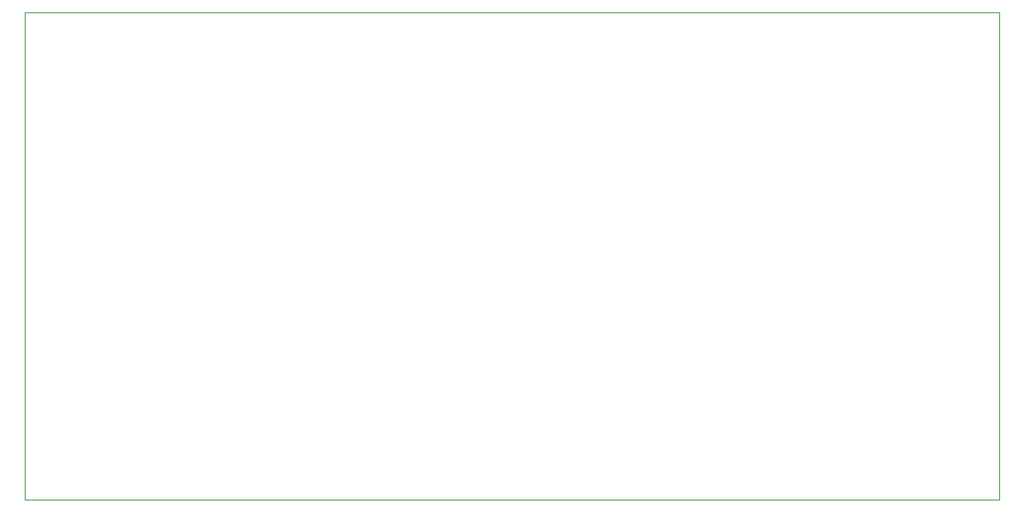
<source format=gm1>
G04 #@! TF.GenerationSoftware,KiCad,Pcbnew,(5.1.9)-1*
G04 #@! TF.CreationDate,2022-05-17T00:30:17-06:00*
G04 #@! TF.ProjectId,Calibrator_02,43616c69-6272-4617-946f-725f30322e6b,rev?*
G04 #@! TF.SameCoordinates,Original*
G04 #@! TF.FileFunction,Profile,NP*
%FSLAX46Y46*%
G04 Gerber Fmt 4.6, Leading zero omitted, Abs format (unit mm)*
G04 Created by KiCad (PCBNEW (5.1.9)-1) date 2022-05-17 00:30:17*
%MOMM*%
%LPD*%
G01*
G04 APERTURE LIST*
G04 #@! TA.AperFunction,Profile*
%ADD10C,0.050000*%
G04 #@! TD*
G04 APERTURE END LIST*
D10*
X90475000Y-25000000D02*
X70475000Y-25000000D01*
X90475000Y25000000D02*
X70475000Y25000000D01*
X90475000Y-25000000D02*
X90475000Y25000000D01*
X-9525000Y-25000000D02*
X70475000Y-25000000D01*
X-9525000Y25000000D02*
X70475000Y25000000D01*
X-9525000Y25000000D02*
X-9525000Y-25000000D01*
M02*

</source>
